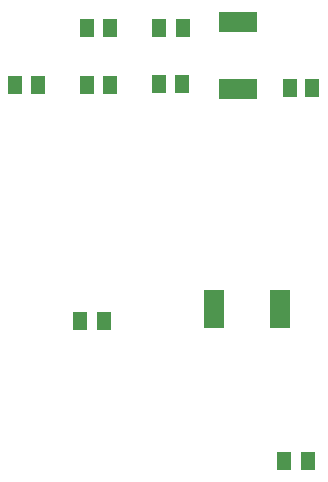
<source format=gbr>
G04 EAGLE Gerber X2 export*
%TF.Part,Single*%
%TF.FileFunction,Paste,Bot*%
%TF.FilePolarity,Positive*%
%TF.GenerationSoftware,Autodesk,EAGLE,9.6.1*%
%TF.CreationDate,2020-04-14T06:35:51Z*%
G75*
%MOMM*%
%FSLAX34Y34*%
%LPD*%
%INSolderpaste Bottom*%
%AMOC8*
5,1,8,0,0,1.08239X$1,22.5*%
G01*
%ADD10R,1.300000X1.600000*%
%ADD11R,1.300000X1.500000*%
%ADD12R,1.800000X3.200000*%
%ADD13R,3.200000X1.800000*%


D10*
X240190Y448070D03*
X260190Y448070D03*
X173600Y200180D03*
X193600Y200180D03*
X366400Y81800D03*
X346400Y81800D03*
D11*
X198730Y399810D03*
X179730Y399810D03*
X179730Y448070D03*
X198730Y448070D03*
D12*
X342960Y210580D03*
X286960Y210580D03*
D13*
X307340Y397210D03*
X307340Y453210D03*
D11*
X351180Y397270D03*
X370180Y397270D03*
X118770Y399810D03*
X137770Y399810D03*
X259690Y401080D03*
X240690Y401080D03*
M02*

</source>
